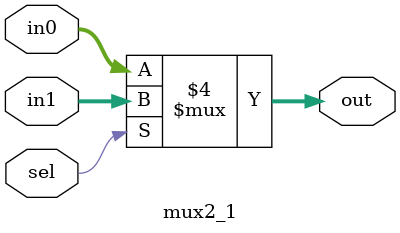
<source format=v>
`timescale 1ns / 1ps


module mux2_1 #(
    parameter DATA_WIDTH = 16  // ?? r?ng d? li?u là 16 bit
)(
    input [DATA_WIDTH-1:0] in0,  // ??u vào th? nh?t
    input [DATA_WIDTH-1:0] in1,  // ??u vào th? hai
    input sel,                  // Tín hi?u ?i?u khi?n l?a ch?n (0 ho?c 1)
    output reg [DATA_WIDTH-1:0] out  // ??u ra
);

    always @(*) begin
        if (sel == 0) 
            out = in0;  // N?u sel = 0, ch?n in0
        else 
            out = in1;  // N?u sel = 1, ch?n in1
    end

endmodule

</source>
